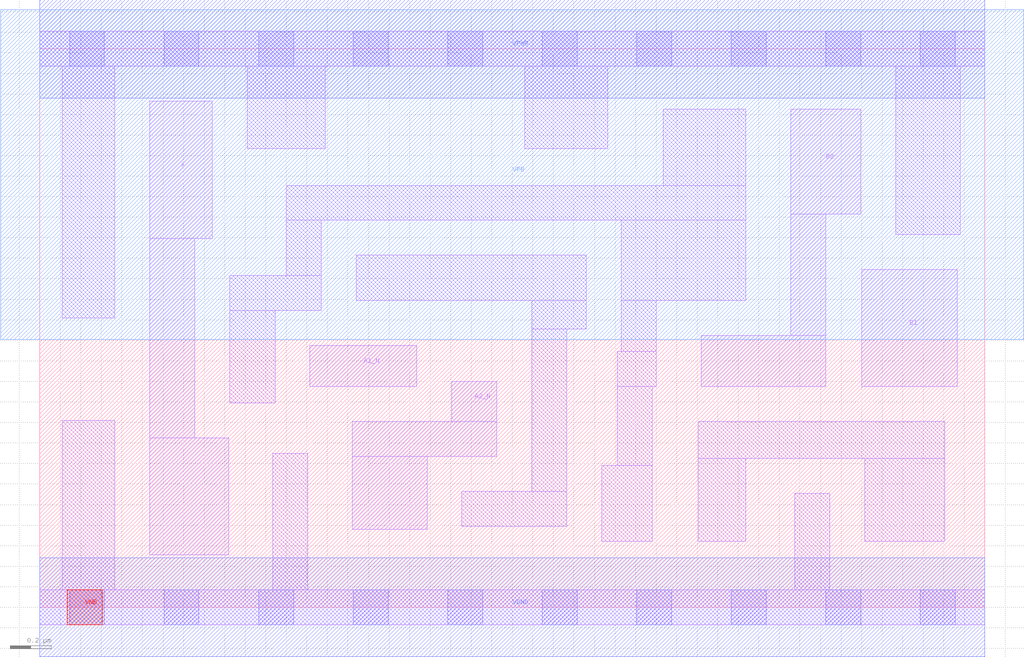
<source format=lef>
# Copyright 2020 The SkyWater PDK Authors
#
# Licensed under the Apache License, Version 2.0 (the "License");
# you may not use this file except in compliance with the License.
# You may obtain a copy of the License at
#
#     https://www.apache.org/licenses/LICENSE-2.0
#
# Unless required by applicable law or agreed to in writing, software
# distributed under the License is distributed on an "AS IS" BASIS,
# WITHOUT WARRANTIES OR CONDITIONS OF ANY KIND, either express or implied.
# See the License for the specific language governing permissions and
# limitations under the License.
#
# SPDX-License-Identifier: Apache-2.0

VERSION 5.7 ;
  NOWIREEXTENSIONATPIN ON ;
  DIVIDERCHAR "/" ;
  BUSBITCHARS "[]" ;
PROPERTYDEFINITIONS
  MACRO maskLayoutSubType STRING ;
  MACRO prCellType STRING ;
  MACRO originalViewName STRING ;
END PROPERTYDEFINITIONS
MACRO sky130_fd_sc_hdll__o2bb2a_2
  CLASS CORE ;
  FOREIGN sky130_fd_sc_hdll__o2bb2a_2 ;
  ORIGIN  0.000000  0.000000 ;
  SIZE  4.600000 BY  2.720000 ;
  SYMMETRY X Y R90 ;
  SITE unithd ;
  PIN A1_N
    ANTENNAGATEAREA  0.178200 ;
    DIRECTION INPUT ;
    USE SIGNAL ;
    PORT
      LAYER li1 ;
        RECT 1.315000 1.075000 1.835000 1.275000 ;
    END
  END A1_N
  PIN A2_N
    ANTENNAGATEAREA  0.178200 ;
    DIRECTION INPUT ;
    USE SIGNAL ;
    PORT
      LAYER li1 ;
        RECT 1.520000 0.380000 1.885000 0.735000 ;
        RECT 1.520000 0.735000 2.225000 0.905000 ;
        RECT 2.005000 0.905000 2.225000 1.100000 ;
    END
  END A2_N
  PIN B1
    ANTENNAGATEAREA  0.178200 ;
    DIRECTION INPUT ;
    USE SIGNAL ;
    PORT
      LAYER li1 ;
        RECT 4.000000 1.075000 4.465000 1.645000 ;
    END
  END B1
  PIN B2
    ANTENNAGATEAREA  0.178200 ;
    DIRECTION INPUT ;
    USE SIGNAL ;
    PORT
      LAYER li1 ;
        RECT 3.220000 1.075000 3.825000 1.325000 ;
        RECT 3.655000 1.325000 3.825000 1.915000 ;
        RECT 3.655000 1.915000 3.995000 2.425000 ;
    END
  END B2
  PIN X
    ANTENNADIFFAREA  0.498000 ;
    DIRECTION OUTPUT ;
    USE SIGNAL ;
    PORT
      LAYER li1 ;
        RECT 0.535000 0.255000 0.920000 0.825000 ;
        RECT 0.535000 0.825000 0.755000 1.795000 ;
        RECT 0.535000 1.795000 0.840000 2.465000 ;
    END
  END X
  PIN VGND
    DIRECTION INOUT ;
    USE GROUND ;
    PORT
      LAYER met1 ;
        RECT 0.000000 -0.240000 4.600000 0.240000 ;
    END
  END VGND
  PIN VNB
    DIRECTION INOUT ;
    USE GROUND ;
    PORT
      LAYER pwell ;
        RECT 0.135000 -0.085000 0.305000 0.085000 ;
    END
  END VNB
  PIN VPB
    DIRECTION INOUT ;
    USE POWER ;
    PORT
      LAYER nwell ;
        RECT -0.190000 1.305000 4.790000 2.910000 ;
    END
  END VPB
  PIN VPWR
    DIRECTION INOUT ;
    USE POWER ;
    PORT
      LAYER met1 ;
        RECT 0.000000 2.480000 4.600000 2.960000 ;
    END
  END VPWR
  OBS
    LAYER li1 ;
      RECT 0.000000 -0.085000 4.600000 0.085000 ;
      RECT 0.000000  2.635000 4.600000 2.805000 ;
      RECT 0.110000  0.085000 0.365000 0.910000 ;
      RECT 0.110000  1.410000 0.365000 2.635000 ;
      RECT 0.925000  0.995000 1.145000 1.445000 ;
      RECT 0.925000  1.445000 1.370000 1.615000 ;
      RECT 1.010000  2.235000 1.390000 2.635000 ;
      RECT 1.135000  0.085000 1.305000 0.750000 ;
      RECT 1.200000  1.615000 1.370000 1.885000 ;
      RECT 1.200000  1.885000 3.435000 2.055000 ;
      RECT 1.540000  1.495000 2.660000 1.715000 ;
      RECT 2.055000  0.395000 2.565000 0.565000 ;
      RECT 2.360000  2.235000 2.765000 2.635000 ;
      RECT 2.395000  0.565000 2.565000 1.355000 ;
      RECT 2.395000  1.355000 2.660000 1.495000 ;
      RECT 2.735000  0.320000 2.980000 0.690000 ;
      RECT 2.810000  0.690000 2.980000 1.075000 ;
      RECT 2.810000  1.075000 3.000000 1.245000 ;
      RECT 2.830000  1.245000 3.000000 1.495000 ;
      RECT 2.830000  1.495000 3.435000 1.885000 ;
      RECT 3.035000  2.055000 3.435000 2.425000 ;
      RECT 3.205000  0.320000 3.435000 0.725000 ;
      RECT 3.205000  0.725000 4.405000 0.905000 ;
      RECT 3.675000  0.085000 3.845000 0.555000 ;
      RECT 4.015000  0.320000 4.405000 0.725000 ;
      RECT 4.165000  1.815000 4.480000 2.635000 ;
    LAYER mcon ;
      RECT 0.145000 -0.085000 0.315000 0.085000 ;
      RECT 0.145000  2.635000 0.315000 2.805000 ;
      RECT 0.605000 -0.085000 0.775000 0.085000 ;
      RECT 0.605000  2.635000 0.775000 2.805000 ;
      RECT 1.065000 -0.085000 1.235000 0.085000 ;
      RECT 1.065000  2.635000 1.235000 2.805000 ;
      RECT 1.525000 -0.085000 1.695000 0.085000 ;
      RECT 1.525000  2.635000 1.695000 2.805000 ;
      RECT 1.985000 -0.085000 2.155000 0.085000 ;
      RECT 1.985000  2.635000 2.155000 2.805000 ;
      RECT 2.445000 -0.085000 2.615000 0.085000 ;
      RECT 2.445000  2.635000 2.615000 2.805000 ;
      RECT 2.905000 -0.085000 3.075000 0.085000 ;
      RECT 2.905000  2.635000 3.075000 2.805000 ;
      RECT 3.365000 -0.085000 3.535000 0.085000 ;
      RECT 3.365000  2.635000 3.535000 2.805000 ;
      RECT 3.825000 -0.085000 3.995000 0.085000 ;
      RECT 3.825000  2.635000 3.995000 2.805000 ;
      RECT 4.285000 -0.085000 4.455000 0.085000 ;
      RECT 4.285000  2.635000 4.455000 2.805000 ;
  END
  PROPERTY maskLayoutSubType "abstract" ;
  PROPERTY prCellType "standard" ;
  PROPERTY originalViewName "layout" ;
END sky130_fd_sc_hdll__o2bb2a_2
END LIBRARY

</source>
